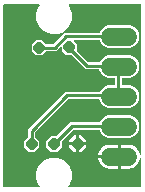
<source format=gbr>
G04 EAGLE Gerber RS-274X export*
G75*
%MOMM*%
%FSLAX34Y34*%
%LPD*%
%INTop Copper*%
%IPPOS*%
%AMOC8*
5,1,8,0,0,1.08239X$1,22.5*%
G01*
%ADD10P,1.034332X8X292.500000*%
%ADD11C,1.524000*%
%ADD12C,0.254000*%

G36*
X35348Y5096D02*
X35348Y5096D01*
X35437Y5106D01*
X35458Y5116D01*
X35482Y5120D01*
X35558Y5166D01*
X35638Y5205D01*
X35654Y5222D01*
X35675Y5235D01*
X35731Y5304D01*
X35792Y5368D01*
X35801Y5390D01*
X35816Y5409D01*
X35845Y5493D01*
X35879Y5575D01*
X35880Y5599D01*
X35888Y5621D01*
X35885Y5710D01*
X35889Y5799D01*
X35882Y5822D01*
X35881Y5846D01*
X35848Y5928D01*
X35821Y6013D01*
X35805Y6034D01*
X35797Y6053D01*
X35763Y6091D01*
X35709Y6163D01*
X35215Y6657D01*
X32919Y12200D01*
X32919Y18200D01*
X35215Y23743D01*
X39457Y27985D01*
X45000Y30281D01*
X51000Y30281D01*
X56543Y27985D01*
X60785Y23743D01*
X63081Y18200D01*
X63081Y12200D01*
X60785Y6657D01*
X60291Y6163D01*
X60240Y6090D01*
X60184Y6021D01*
X60176Y5999D01*
X60163Y5979D01*
X60141Y5893D01*
X60112Y5809D01*
X60113Y5785D01*
X60107Y5762D01*
X60116Y5673D01*
X60119Y5584D01*
X60128Y5563D01*
X60130Y5539D01*
X60170Y5459D01*
X60203Y5377D01*
X60219Y5359D01*
X60229Y5338D01*
X60294Y5277D01*
X60354Y5211D01*
X60375Y5200D01*
X60393Y5184D01*
X60475Y5149D01*
X60554Y5108D01*
X60580Y5105D01*
X60599Y5096D01*
X60650Y5094D01*
X60739Y5081D01*
X121285Y5081D01*
X121350Y5092D01*
X121416Y5094D01*
X121459Y5112D01*
X121506Y5120D01*
X121563Y5154D01*
X121623Y5179D01*
X121658Y5210D01*
X121699Y5235D01*
X121741Y5286D01*
X121789Y5330D01*
X121811Y5372D01*
X121840Y5409D01*
X121861Y5471D01*
X121892Y5530D01*
X121900Y5584D01*
X121912Y5621D01*
X121911Y5661D01*
X121919Y5715D01*
X121919Y29530D01*
X121908Y29592D01*
X121907Y29655D01*
X121888Y29702D01*
X121880Y29751D01*
X121847Y29805D01*
X121824Y29864D01*
X121791Y29901D01*
X121765Y29944D01*
X121717Y29984D01*
X121674Y30031D01*
X121630Y30054D01*
X121591Y30085D01*
X121532Y30106D01*
X121476Y30135D01*
X121426Y30141D01*
X121379Y30157D01*
X121316Y30155D01*
X121253Y30163D01*
X121204Y30152D01*
X121154Y30151D01*
X121096Y30127D01*
X121035Y30113D01*
X120993Y30085D01*
X120947Y30066D01*
X120900Y30024D01*
X120847Y29989D01*
X120818Y29949D01*
X120781Y29915D01*
X120752Y29859D01*
X120715Y29808D01*
X120697Y29752D01*
X120678Y29715D01*
X120672Y29671D01*
X120659Y29629D01*
X120531Y28821D01*
X120036Y27300D01*
X119310Y25875D01*
X118370Y24581D01*
X117239Y23450D01*
X115945Y22510D01*
X114520Y21784D01*
X112999Y21289D01*
X111420Y21039D01*
X104269Y21039D01*
X104269Y30565D01*
X104258Y30630D01*
X104256Y30695D01*
X104238Y30739D01*
X104230Y30786D01*
X104196Y30842D01*
X104171Y30903D01*
X104139Y30938D01*
X104115Y30979D01*
X104064Y31020D01*
X104020Y31069D01*
X103978Y31091D01*
X103941Y31120D01*
X103879Y31141D01*
X103820Y31171D01*
X103766Y31180D01*
X103729Y31192D01*
X103689Y31191D01*
X103635Y31199D01*
X102999Y31199D01*
X102999Y31201D01*
X103635Y31201D01*
X103700Y31213D01*
X103765Y31214D01*
X103809Y31232D01*
X103856Y31241D01*
X103913Y31274D01*
X103973Y31299D01*
X104008Y31331D01*
X104049Y31355D01*
X104090Y31406D01*
X104139Y31450D01*
X104161Y31492D01*
X104190Y31529D01*
X104211Y31591D01*
X104242Y31650D01*
X104250Y31704D01*
X104262Y31741D01*
X104261Y31781D01*
X104269Y31835D01*
X104269Y41361D01*
X111420Y41361D01*
X112999Y41111D01*
X114520Y40616D01*
X115945Y39890D01*
X117239Y38950D01*
X118370Y37819D01*
X119310Y36525D01*
X120036Y35100D01*
X120531Y33579D01*
X120659Y32771D01*
X120679Y32711D01*
X120690Y32649D01*
X120716Y32606D01*
X120732Y32559D01*
X120772Y32510D01*
X120805Y32456D01*
X120843Y32425D01*
X120875Y32386D01*
X120930Y32354D01*
X120979Y32315D01*
X121026Y32299D01*
X121069Y32274D01*
X121132Y32263D01*
X121191Y32243D01*
X121241Y32244D01*
X121291Y32236D01*
X121353Y32247D01*
X121416Y32249D01*
X121462Y32268D01*
X121511Y32277D01*
X121565Y32310D01*
X121623Y32334D01*
X121660Y32367D01*
X121703Y32393D01*
X121743Y32443D01*
X121789Y32485D01*
X121812Y32530D01*
X121843Y32569D01*
X121863Y32629D01*
X121892Y32685D01*
X121900Y32743D01*
X121913Y32782D01*
X121913Y32826D01*
X121919Y32870D01*
X121919Y159385D01*
X121908Y159450D01*
X121906Y159516D01*
X121888Y159559D01*
X121880Y159606D01*
X121846Y159663D01*
X121821Y159723D01*
X121790Y159758D01*
X121765Y159799D01*
X121714Y159841D01*
X121670Y159889D01*
X121628Y159911D01*
X121591Y159940D01*
X121529Y159961D01*
X121470Y159992D01*
X121416Y160000D01*
X121379Y160012D01*
X121339Y160011D01*
X121285Y160019D01*
X60839Y160019D01*
X60752Y160004D01*
X60663Y159994D01*
X60642Y159984D01*
X60618Y159980D01*
X60542Y159934D01*
X60462Y159895D01*
X60446Y159878D01*
X60425Y159865D01*
X60369Y159796D01*
X60308Y159732D01*
X60299Y159710D01*
X60284Y159691D01*
X60255Y159607D01*
X60221Y159525D01*
X60220Y159501D01*
X60212Y159479D01*
X60215Y159390D01*
X60211Y159301D01*
X60218Y159278D01*
X60219Y159254D01*
X60252Y159172D01*
X60279Y159087D01*
X60295Y159066D01*
X60303Y159047D01*
X60337Y159009D01*
X60391Y158937D01*
X60785Y158543D01*
X63081Y153000D01*
X63081Y147000D01*
X60785Y141457D01*
X56459Y137131D01*
X56408Y137058D01*
X56352Y136989D01*
X56348Y136977D01*
X56347Y136977D01*
X56339Y136978D01*
X56326Y136984D01*
X56314Y136985D01*
X56303Y136990D01*
X56242Y136993D01*
X56162Y137005D01*
X56161Y137005D01*
X56135Y137000D01*
X56102Y137003D01*
X56089Y137000D01*
X56079Y137000D01*
X56035Y136986D01*
X55979Y136972D01*
X55940Y136965D01*
X55932Y136960D01*
X55920Y136957D01*
X51000Y134919D01*
X45000Y134919D01*
X39457Y137215D01*
X35215Y141457D01*
X32919Y147000D01*
X32919Y153000D01*
X35215Y158543D01*
X35609Y158937D01*
X35660Y159010D01*
X35716Y159079D01*
X35724Y159101D01*
X35737Y159121D01*
X35759Y159207D01*
X35788Y159291D01*
X35787Y159315D01*
X35793Y159338D01*
X35784Y159427D01*
X35781Y159516D01*
X35772Y159537D01*
X35770Y159561D01*
X35730Y159641D01*
X35697Y159723D01*
X35681Y159741D01*
X35671Y159762D01*
X35606Y159823D01*
X35546Y159889D01*
X35525Y159900D01*
X35507Y159916D01*
X35425Y159951D01*
X35346Y159992D01*
X35320Y159995D01*
X35301Y160004D01*
X35250Y160006D01*
X35161Y160019D01*
X5715Y160019D01*
X5650Y160008D01*
X5584Y160006D01*
X5541Y159988D01*
X5494Y159980D01*
X5437Y159946D01*
X5377Y159921D01*
X5342Y159890D01*
X5301Y159865D01*
X5259Y159814D01*
X5211Y159770D01*
X5189Y159728D01*
X5160Y159691D01*
X5139Y159629D01*
X5108Y159570D01*
X5100Y159516D01*
X5088Y159479D01*
X5089Y159439D01*
X5081Y159385D01*
X5081Y5715D01*
X5092Y5650D01*
X5094Y5584D01*
X5112Y5541D01*
X5120Y5494D01*
X5154Y5437D01*
X5179Y5377D01*
X5210Y5342D01*
X5235Y5301D01*
X5286Y5259D01*
X5330Y5211D01*
X5372Y5189D01*
X5409Y5160D01*
X5471Y5139D01*
X5530Y5108D01*
X5584Y5100D01*
X5621Y5088D01*
X5661Y5089D01*
X5715Y5081D01*
X35261Y5081D01*
X35348Y5096D01*
G37*
%LPC*%
G36*
X26184Y35443D02*
X26184Y35443D01*
X22343Y39284D01*
X22343Y44716D01*
X25665Y48038D01*
X25690Y48073D01*
X25721Y48102D01*
X25753Y48164D01*
X25794Y48222D01*
X25804Y48263D01*
X25824Y48301D01*
X25837Y48391D01*
X25850Y48440D01*
X25847Y48460D01*
X25851Y48487D01*
X25851Y54163D01*
X57737Y86049D01*
X86460Y86049D01*
X86513Y86058D01*
X86568Y86058D01*
X86623Y86078D01*
X86681Y86088D01*
X86728Y86116D01*
X86779Y86134D01*
X86823Y86173D01*
X86874Y86203D01*
X86908Y86245D01*
X86950Y86280D01*
X86986Y86341D01*
X87016Y86377D01*
X87025Y86406D01*
X87046Y86440D01*
X87412Y87324D01*
X90056Y89968D01*
X93510Y91399D01*
X98717Y91399D01*
X98782Y91410D01*
X98848Y91412D01*
X98891Y91430D01*
X98938Y91438D01*
X98995Y91472D01*
X99055Y91497D01*
X99090Y91528D01*
X99131Y91553D01*
X99173Y91604D01*
X99221Y91648D01*
X99243Y91690D01*
X99272Y91727D01*
X99293Y91789D01*
X99324Y91848D01*
X99332Y91902D01*
X99344Y91939D01*
X99343Y91979D01*
X99351Y92033D01*
X99351Y97367D01*
X99340Y97432D01*
X99338Y97498D01*
X99320Y97541D01*
X99312Y97588D01*
X99278Y97645D01*
X99253Y97705D01*
X99222Y97740D01*
X99197Y97781D01*
X99146Y97823D01*
X99102Y97871D01*
X99060Y97893D01*
X99023Y97922D01*
X98961Y97943D01*
X98902Y97974D01*
X98848Y97982D01*
X98811Y97994D01*
X98771Y97993D01*
X98717Y98001D01*
X93510Y98001D01*
X90056Y99432D01*
X87412Y102076D01*
X86383Y104560D01*
X86354Y104605D01*
X86334Y104655D01*
X86294Y104699D01*
X86262Y104749D01*
X86219Y104781D01*
X86182Y104821D01*
X86130Y104848D01*
X86083Y104883D01*
X86031Y104899D01*
X85983Y104924D01*
X85912Y104934D01*
X85868Y104947D01*
X85837Y104945D01*
X85797Y104951D01*
X74737Y104951D01*
X72766Y106923D01*
X72765Y106923D01*
X62831Y116857D01*
X62796Y116882D01*
X62767Y116913D01*
X62705Y116945D01*
X62647Y116986D01*
X62606Y116996D01*
X62568Y117016D01*
X62478Y117029D01*
X62429Y117042D01*
X62409Y117039D01*
X62382Y117043D01*
X58184Y117043D01*
X54343Y120884D01*
X54343Y123501D01*
X54327Y123588D01*
X54318Y123677D01*
X54308Y123698D01*
X54304Y123721D01*
X54258Y123798D01*
X54219Y123878D01*
X54202Y123894D01*
X54189Y123915D01*
X54120Y123971D01*
X54056Y124032D01*
X54034Y124041D01*
X54015Y124056D01*
X53931Y124084D01*
X53849Y124119D01*
X53825Y124120D01*
X53803Y124128D01*
X53714Y124125D01*
X53625Y124129D01*
X53602Y124122D01*
X53578Y124121D01*
X53496Y124088D01*
X53411Y124061D01*
X53390Y124045D01*
X53371Y124037D01*
X53333Y124003D01*
X53261Y123949D01*
X49663Y120351D01*
X41887Y120351D01*
X41845Y120344D01*
X41802Y120346D01*
X41735Y120324D01*
X41666Y120312D01*
X41629Y120290D01*
X41589Y120277D01*
X41516Y120223D01*
X41473Y120197D01*
X41459Y120181D01*
X41438Y120165D01*
X38116Y116843D01*
X32684Y116843D01*
X28843Y120684D01*
X28843Y126116D01*
X32684Y129957D01*
X38116Y129957D01*
X41438Y126635D01*
X41473Y126610D01*
X41502Y126579D01*
X41564Y126547D01*
X41622Y126506D01*
X41663Y126496D01*
X41701Y126476D01*
X41791Y126463D01*
X41840Y126450D01*
X41860Y126453D01*
X41887Y126449D01*
X46874Y126449D01*
X46916Y126456D01*
X46959Y126454D01*
X47026Y126476D01*
X47095Y126488D01*
X47132Y126510D01*
X47172Y126523D01*
X47245Y126577D01*
X47288Y126603D01*
X47302Y126619D01*
X47323Y126635D01*
X56611Y135923D01*
X56663Y135998D01*
X56717Y136064D01*
X56721Y136075D01*
X56722Y136076D01*
X56748Y136073D01*
X56767Y136064D01*
X56818Y136062D01*
X56907Y136049D01*
X86129Y136049D01*
X86182Y136058D01*
X86236Y136058D01*
X86292Y136078D01*
X86350Y136088D01*
X86396Y136116D01*
X86447Y136134D01*
X86492Y136173D01*
X86543Y136203D01*
X86577Y136245D01*
X86618Y136280D01*
X86655Y136341D01*
X86684Y136377D01*
X86694Y136406D01*
X86715Y136440D01*
X87412Y138124D01*
X90056Y140768D01*
X93510Y142199D01*
X112490Y142199D01*
X115944Y140768D01*
X118588Y138124D01*
X120019Y134670D01*
X120019Y130930D01*
X118588Y127476D01*
X115944Y124832D01*
X112490Y123401D01*
X93510Y123401D01*
X90056Y124832D01*
X87412Y127476D01*
X86549Y129560D01*
X86520Y129605D01*
X86499Y129655D01*
X86460Y129699D01*
X86428Y129749D01*
X86385Y129781D01*
X86348Y129821D01*
X86296Y129848D01*
X86249Y129883D01*
X86197Y129899D01*
X86148Y129924D01*
X86078Y129934D01*
X86033Y129947D01*
X86003Y129945D01*
X85963Y129951D01*
X65353Y129951D01*
X65265Y129935D01*
X65176Y129926D01*
X65155Y129916D01*
X65132Y129912D01*
X65055Y129866D01*
X64975Y129827D01*
X64959Y129810D01*
X64939Y129797D01*
X64882Y129728D01*
X64821Y129664D01*
X64812Y129642D01*
X64797Y129623D01*
X64769Y129539D01*
X64734Y129457D01*
X64733Y129433D01*
X64725Y129411D01*
X64728Y129322D01*
X64724Y129233D01*
X64731Y129210D01*
X64732Y129186D01*
X64765Y129104D01*
X64793Y129019D01*
X64808Y128998D01*
X64816Y128979D01*
X64850Y128941D01*
X64904Y128869D01*
X67457Y126316D01*
X67457Y121118D01*
X67464Y121076D01*
X67462Y121033D01*
X67484Y120966D01*
X67496Y120897D01*
X67518Y120860D01*
X67531Y120820D01*
X67585Y120747D01*
X67611Y120703D01*
X67627Y120690D01*
X67643Y120669D01*
X77077Y111235D01*
X77112Y111210D01*
X77141Y111179D01*
X77203Y111147D01*
X77261Y111106D01*
X77302Y111096D01*
X77340Y111076D01*
X77430Y111063D01*
X77479Y111050D01*
X77499Y111053D01*
X77526Y111049D01*
X86294Y111049D01*
X86348Y111058D01*
X86402Y111058D01*
X86457Y111078D01*
X86515Y111088D01*
X86562Y111116D01*
X86613Y111134D01*
X86658Y111173D01*
X86708Y111203D01*
X86743Y111245D01*
X86784Y111280D01*
X86821Y111341D01*
X86850Y111377D01*
X86860Y111406D01*
X86880Y111440D01*
X87412Y112724D01*
X90056Y115368D01*
X93510Y116799D01*
X112490Y116799D01*
X115944Y115368D01*
X118588Y112724D01*
X120019Y109270D01*
X120019Y105530D01*
X118588Y102076D01*
X115944Y99432D01*
X112490Y98001D01*
X106083Y98001D01*
X106018Y97990D01*
X105952Y97988D01*
X105909Y97970D01*
X105862Y97962D01*
X105805Y97928D01*
X105745Y97903D01*
X105710Y97872D01*
X105669Y97847D01*
X105627Y97796D01*
X105579Y97752D01*
X105557Y97710D01*
X105528Y97673D01*
X105507Y97611D01*
X105476Y97552D01*
X105468Y97498D01*
X105456Y97461D01*
X105457Y97421D01*
X105449Y97367D01*
X105449Y92033D01*
X105460Y91968D01*
X105462Y91902D01*
X105480Y91859D01*
X105488Y91812D01*
X105522Y91755D01*
X105547Y91695D01*
X105578Y91660D01*
X105603Y91619D01*
X105654Y91577D01*
X105698Y91529D01*
X105740Y91507D01*
X105777Y91478D01*
X105839Y91457D01*
X105898Y91426D01*
X105952Y91418D01*
X105989Y91406D01*
X106029Y91407D01*
X106083Y91399D01*
X112490Y91399D01*
X115944Y89968D01*
X118588Y87324D01*
X120019Y83870D01*
X120019Y80130D01*
X118588Y76676D01*
X115944Y74032D01*
X112490Y72601D01*
X93510Y72601D01*
X90056Y74032D01*
X87412Y76676D01*
X86218Y79560D01*
X86189Y79604D01*
X86180Y79626D01*
X86180Y79627D01*
X86168Y79655D01*
X86128Y79699D01*
X86097Y79749D01*
X86053Y79781D01*
X86017Y79821D01*
X85964Y79848D01*
X85917Y79883D01*
X85865Y79899D01*
X85817Y79924D01*
X85747Y79934D01*
X85702Y79947D01*
X85672Y79945D01*
X85632Y79951D01*
X60526Y79951D01*
X60484Y79944D01*
X60441Y79946D01*
X60374Y79924D01*
X60305Y79912D01*
X60268Y79890D01*
X60228Y79877D01*
X60155Y79823D01*
X60112Y79797D01*
X60098Y79781D01*
X60077Y79765D01*
X32135Y51823D01*
X32110Y51788D01*
X32079Y51759D01*
X32055Y51713D01*
X32034Y51687D01*
X32028Y51670D01*
X32006Y51639D01*
X31996Y51598D01*
X31976Y51560D01*
X31965Y51483D01*
X31962Y51475D01*
X31962Y51468D01*
X31950Y51421D01*
X31953Y51401D01*
X31949Y51374D01*
X31949Y48487D01*
X31956Y48445D01*
X31954Y48402D01*
X31976Y48335D01*
X31988Y48266D01*
X32010Y48229D01*
X32023Y48189D01*
X32077Y48116D01*
X32103Y48073D01*
X32119Y48059D01*
X32135Y48038D01*
X35457Y44716D01*
X35457Y39284D01*
X31616Y35443D01*
X26184Y35443D01*
G37*
%LPD*%
%LPC*%
G36*
X45184Y35443D02*
X45184Y35443D01*
X41343Y39284D01*
X41343Y44716D01*
X45184Y48557D01*
X49982Y48557D01*
X50024Y48564D01*
X50067Y48562D01*
X50134Y48584D01*
X50203Y48596D01*
X50240Y48618D01*
X50280Y48631D01*
X50353Y48685D01*
X50396Y48711D01*
X50410Y48727D01*
X50431Y48743D01*
X61737Y60049D01*
X86212Y60049D01*
X86265Y60058D01*
X86319Y60058D01*
X86374Y60078D01*
X86432Y60088D01*
X86479Y60116D01*
X86530Y60134D01*
X86575Y60173D01*
X86626Y60203D01*
X86660Y60245D01*
X86701Y60280D01*
X86738Y60341D01*
X86767Y60377D01*
X86777Y60406D01*
X86798Y60440D01*
X87412Y61924D01*
X90056Y64568D01*
X93510Y65999D01*
X112490Y65999D01*
X115944Y64568D01*
X118588Y61924D01*
X120019Y58470D01*
X120019Y54730D01*
X118588Y51276D01*
X115944Y48632D01*
X112490Y47201D01*
X93510Y47201D01*
X90056Y48632D01*
X87412Y51276D01*
X86466Y53560D01*
X86438Y53604D01*
X86430Y53622D01*
X86430Y53623D01*
X86417Y53655D01*
X86377Y53699D01*
X86345Y53749D01*
X86302Y53781D01*
X86265Y53821D01*
X86213Y53848D01*
X86166Y53883D01*
X86114Y53899D01*
X86066Y53924D01*
X85995Y53934D01*
X85951Y53947D01*
X85920Y53945D01*
X85880Y53951D01*
X64526Y53951D01*
X64484Y53944D01*
X64441Y53946D01*
X64374Y53924D01*
X64305Y53912D01*
X64268Y53890D01*
X64228Y53877D01*
X64155Y53823D01*
X64112Y53797D01*
X64098Y53781D01*
X64077Y53765D01*
X54643Y44331D01*
X54618Y44296D01*
X54587Y44267D01*
X54555Y44205D01*
X54514Y44147D01*
X54504Y44106D01*
X54484Y44068D01*
X54471Y43978D01*
X54458Y43929D01*
X54461Y43909D01*
X54457Y43882D01*
X54457Y39284D01*
X50616Y35443D01*
X45184Y35443D01*
G37*
%LPD*%
%LPC*%
G36*
X85294Y32469D02*
X85294Y32469D01*
X85469Y33579D01*
X85964Y35100D01*
X86690Y36525D01*
X87630Y37819D01*
X88761Y38950D01*
X90055Y39890D01*
X91480Y40616D01*
X93001Y41111D01*
X94580Y41361D01*
X101731Y41361D01*
X101731Y32469D01*
X85294Y32469D01*
G37*
%LPD*%
%LPC*%
G36*
X94580Y21039D02*
X94580Y21039D01*
X93001Y21289D01*
X91480Y21784D01*
X90055Y22510D01*
X88761Y23450D01*
X87630Y24581D01*
X86690Y25875D01*
X85964Y27300D01*
X85469Y28821D01*
X85294Y29931D01*
X101731Y29931D01*
X101731Y21039D01*
X94580Y21039D01*
G37*
%LPD*%
%LPC*%
G36*
X69169Y43269D02*
X69169Y43269D01*
X69169Y49319D01*
X70932Y49319D01*
X75219Y45032D01*
X75219Y43269D01*
X69169Y43269D01*
G37*
%LPD*%
%LPC*%
G36*
X60581Y43269D02*
X60581Y43269D01*
X60581Y45032D01*
X64868Y49319D01*
X66631Y49319D01*
X66631Y43269D01*
X60581Y43269D01*
G37*
%LPD*%
%LPC*%
G36*
X69169Y34681D02*
X69169Y34681D01*
X69169Y40731D01*
X75219Y40731D01*
X75219Y38968D01*
X70932Y34681D01*
X69169Y34681D01*
G37*
%LPD*%
%LPC*%
G36*
X64868Y34681D02*
X64868Y34681D01*
X60581Y38968D01*
X60581Y40731D01*
X66631Y40731D01*
X66631Y34681D01*
X64868Y34681D01*
G37*
%LPD*%
%LPC*%
G36*
X67899Y41999D02*
X67899Y41999D01*
X67899Y42001D01*
X67901Y42001D01*
X67901Y41999D01*
X67899Y41999D01*
G37*
%LPD*%
D10*
X35400Y123400D03*
X60900Y123600D03*
X28900Y42000D03*
X47900Y42000D03*
X67900Y42000D03*
D11*
X95380Y132800D02*
X110620Y132800D01*
X110620Y107400D02*
X95380Y107400D01*
X95380Y82000D02*
X110620Y82000D01*
X110620Y56600D02*
X95380Y56600D01*
X95380Y31200D02*
X110620Y31200D01*
D12*
X48400Y123400D02*
X35400Y123400D01*
X48400Y123400D02*
X58000Y133000D01*
X102800Y133000D01*
X103000Y132800D01*
X47900Y42100D02*
X47900Y42000D01*
X48000Y42000D01*
X63000Y57000D01*
X102600Y57000D01*
X103000Y56600D01*
X103000Y82000D02*
X102000Y83000D01*
X28900Y52900D02*
X28900Y42000D01*
X28900Y52900D02*
X59000Y83000D01*
X102000Y83000D01*
X103000Y107400D02*
X102400Y108000D01*
X76000Y108000D02*
X60900Y123100D01*
X76000Y108000D02*
X102400Y108000D01*
X102400Y82600D02*
X103000Y82000D01*
X102400Y82600D02*
X102400Y108000D01*
M02*

</source>
